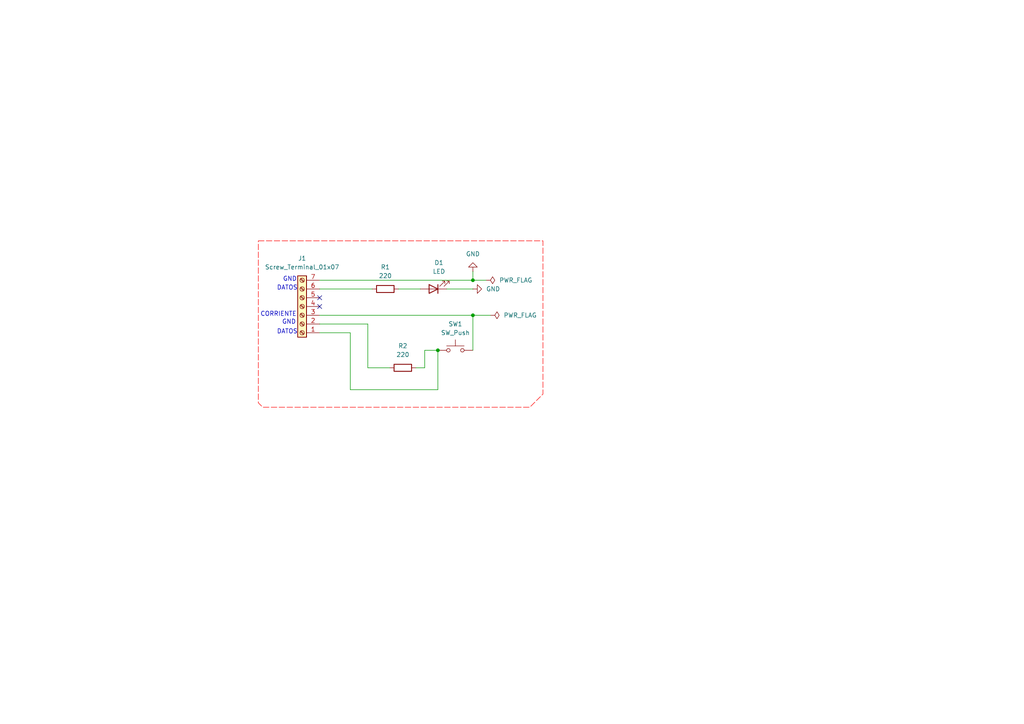
<source format=kicad_sch>
(kicad_sch
	(version 20250114)
	(generator "eeschema")
	(generator_version "9.0")
	(uuid "a2429c2f-3380-4c6e-b9bd-92acfef7997c")
	(paper "A4")
	(lib_symbols
		(symbol "Connector:Screw_Terminal_01x07"
			(pin_names
				(offset 1.016)
				(hide yes)
			)
			(exclude_from_sim no)
			(in_bom yes)
			(on_board yes)
			(property "Reference" "J"
				(at 0 10.16 0)
				(effects
					(font
						(size 1.27 1.27)
					)
				)
			)
			(property "Value" "Screw_Terminal_01x07"
				(at 0 -10.16 0)
				(effects
					(font
						(size 1.27 1.27)
					)
				)
			)
			(property "Footprint" ""
				(at 0 0 0)
				(effects
					(font
						(size 1.27 1.27)
					)
					(hide yes)
				)
			)
			(property "Datasheet" "~"
				(at 0 0 0)
				(effects
					(font
						(size 1.27 1.27)
					)
					(hide yes)
				)
			)
			(property "Description" "Generic screw terminal, single row, 01x07, script generated (kicad-library-utils/schlib/autogen/connector/)"
				(at 0 0 0)
				(effects
					(font
						(size 1.27 1.27)
					)
					(hide yes)
				)
			)
			(property "ki_keywords" "screw terminal"
				(at 0 0 0)
				(effects
					(font
						(size 1.27 1.27)
					)
					(hide yes)
				)
			)
			(property "ki_fp_filters" "TerminalBlock*:*"
				(at 0 0 0)
				(effects
					(font
						(size 1.27 1.27)
					)
					(hide yes)
				)
			)
			(symbol "Screw_Terminal_01x07_1_1"
				(rectangle
					(start -1.27 8.89)
					(end 1.27 -8.89)
					(stroke
						(width 0.254)
						(type default)
					)
					(fill
						(type background)
					)
				)
				(polyline
					(pts
						(xy -0.5334 7.9502) (xy 0.3302 7.112)
					)
					(stroke
						(width 0.1524)
						(type default)
					)
					(fill
						(type none)
					)
				)
				(polyline
					(pts
						(xy -0.5334 5.4102) (xy 0.3302 4.572)
					)
					(stroke
						(width 0.1524)
						(type default)
					)
					(fill
						(type none)
					)
				)
				(polyline
					(pts
						(xy -0.5334 2.8702) (xy 0.3302 2.032)
					)
					(stroke
						(width 0.1524)
						(type default)
					)
					(fill
						(type none)
					)
				)
				(polyline
					(pts
						(xy -0.5334 0.3302) (xy 0.3302 -0.508)
					)
					(stroke
						(width 0.1524)
						(type default)
					)
					(fill
						(type none)
					)
				)
				(polyline
					(pts
						(xy -0.5334 -2.2098) (xy 0.3302 -3.048)
					)
					(stroke
						(width 0.1524)
						(type default)
					)
					(fill
						(type none)
					)
				)
				(polyline
					(pts
						(xy -0.5334 -4.7498) (xy 0.3302 -5.588)
					)
					(stroke
						(width 0.1524)
						(type default)
					)
					(fill
						(type none)
					)
				)
				(polyline
					(pts
						(xy -0.5334 -7.2898) (xy 0.3302 -8.128)
					)
					(stroke
						(width 0.1524)
						(type default)
					)
					(fill
						(type none)
					)
				)
				(polyline
					(pts
						(xy -0.3556 8.128) (xy 0.508 7.2898)
					)
					(stroke
						(width 0.1524)
						(type default)
					)
					(fill
						(type none)
					)
				)
				(polyline
					(pts
						(xy -0.3556 5.588) (xy 0.508 4.7498)
					)
					(stroke
						(width 0.1524)
						(type default)
					)
					(fill
						(type none)
					)
				)
				(polyline
					(pts
						(xy -0.3556 3.048) (xy 0.508 2.2098)
					)
					(stroke
						(width 0.1524)
						(type default)
					)
					(fill
						(type none)
					)
				)
				(polyline
					(pts
						(xy -0.3556 0.508) (xy 0.508 -0.3302)
					)
					(stroke
						(width 0.1524)
						(type default)
					)
					(fill
						(type none)
					)
				)
				(polyline
					(pts
						(xy -0.3556 -2.032) (xy 0.508 -2.8702)
					)
					(stroke
						(width 0.1524)
						(type default)
					)
					(fill
						(type none)
					)
				)
				(polyline
					(pts
						(xy -0.3556 -4.572) (xy 0.508 -5.4102)
					)
					(stroke
						(width 0.1524)
						(type default)
					)
					(fill
						(type none)
					)
				)
				(polyline
					(pts
						(xy -0.3556 -7.112) (xy 0.508 -7.9502)
					)
					(stroke
						(width 0.1524)
						(type default)
					)
					(fill
						(type none)
					)
				)
				(circle
					(center 0 7.62)
					(radius 0.635)
					(stroke
						(width 0.1524)
						(type default)
					)
					(fill
						(type none)
					)
				)
				(circle
					(center 0 5.08)
					(radius 0.635)
					(stroke
						(width 0.1524)
						(type default)
					)
					(fill
						(type none)
					)
				)
				(circle
					(center 0 2.54)
					(radius 0.635)
					(stroke
						(width 0.1524)
						(type default)
					)
					(fill
						(type none)
					)
				)
				(circle
					(center 0 0)
					(radius 0.635)
					(stroke
						(width 0.1524)
						(type default)
					)
					(fill
						(type none)
					)
				)
				(circle
					(center 0 -2.54)
					(radius 0.635)
					(stroke
						(width 0.1524)
						(type default)
					)
					(fill
						(type none)
					)
				)
				(circle
					(center 0 -5.08)
					(radius 0.635)
					(stroke
						(width 0.1524)
						(type default)
					)
					(fill
						(type none)
					)
				)
				(circle
					(center 0 -7.62)
					(radius 0.635)
					(stroke
						(width 0.1524)
						(type default)
					)
					(fill
						(type none)
					)
				)
				(pin passive line
					(at -5.08 7.62 0)
					(length 3.81)
					(name "Pin_1"
						(effects
							(font
								(size 1.27 1.27)
							)
						)
					)
					(number "1"
						(effects
							(font
								(size 1.27 1.27)
							)
						)
					)
				)
				(pin passive line
					(at -5.08 5.08 0)
					(length 3.81)
					(name "Pin_2"
						(effects
							(font
								(size 1.27 1.27)
							)
						)
					)
					(number "2"
						(effects
							(font
								(size 1.27 1.27)
							)
						)
					)
				)
				(pin passive line
					(at -5.08 2.54 0)
					(length 3.81)
					(name "Pin_3"
						(effects
							(font
								(size 1.27 1.27)
							)
						)
					)
					(number "3"
						(effects
							(font
								(size 1.27 1.27)
							)
						)
					)
				)
				(pin passive line
					(at -5.08 0 0)
					(length 3.81)
					(name "Pin_4"
						(effects
							(font
								(size 1.27 1.27)
							)
						)
					)
					(number "4"
						(effects
							(font
								(size 1.27 1.27)
							)
						)
					)
				)
				(pin passive line
					(at -5.08 -2.54 0)
					(length 3.81)
					(name "Pin_5"
						(effects
							(font
								(size 1.27 1.27)
							)
						)
					)
					(number "5"
						(effects
							(font
								(size 1.27 1.27)
							)
						)
					)
				)
				(pin passive line
					(at -5.08 -5.08 0)
					(length 3.81)
					(name "Pin_6"
						(effects
							(font
								(size 1.27 1.27)
							)
						)
					)
					(number "6"
						(effects
							(font
								(size 1.27 1.27)
							)
						)
					)
				)
				(pin passive line
					(at -5.08 -7.62 0)
					(length 3.81)
					(name "Pin_7"
						(effects
							(font
								(size 1.27 1.27)
							)
						)
					)
					(number "7"
						(effects
							(font
								(size 1.27 1.27)
							)
						)
					)
				)
			)
			(embedded_fonts no)
		)
		(symbol "Device:LED"
			(pin_numbers
				(hide yes)
			)
			(pin_names
				(offset 1.016)
				(hide yes)
			)
			(exclude_from_sim no)
			(in_bom yes)
			(on_board yes)
			(property "Reference" "D"
				(at 0 2.54 0)
				(effects
					(font
						(size 1.27 1.27)
					)
				)
			)
			(property "Value" "LED"
				(at 0 -2.54 0)
				(effects
					(font
						(size 1.27 1.27)
					)
				)
			)
			(property "Footprint" ""
				(at 0 0 0)
				(effects
					(font
						(size 1.27 1.27)
					)
					(hide yes)
				)
			)
			(property "Datasheet" "~"
				(at 0 0 0)
				(effects
					(font
						(size 1.27 1.27)
					)
					(hide yes)
				)
			)
			(property "Description" "Light emitting diode"
				(at 0 0 0)
				(effects
					(font
						(size 1.27 1.27)
					)
					(hide yes)
				)
			)
			(property "Sim.Pins" "1=K 2=A"
				(at 0 0 0)
				(effects
					(font
						(size 1.27 1.27)
					)
					(hide yes)
				)
			)
			(property "ki_keywords" "LED diode"
				(at 0 0 0)
				(effects
					(font
						(size 1.27 1.27)
					)
					(hide yes)
				)
			)
			(property "ki_fp_filters" "LED* LED_SMD:* LED_THT:*"
				(at 0 0 0)
				(effects
					(font
						(size 1.27 1.27)
					)
					(hide yes)
				)
			)
			(symbol "LED_0_1"
				(polyline
					(pts
						(xy -3.048 -0.762) (xy -4.572 -2.286) (xy -3.81 -2.286) (xy -4.572 -2.286) (xy -4.572 -1.524)
					)
					(stroke
						(width 0)
						(type default)
					)
					(fill
						(type none)
					)
				)
				(polyline
					(pts
						(xy -1.778 -0.762) (xy -3.302 -2.286) (xy -2.54 -2.286) (xy -3.302 -2.286) (xy -3.302 -1.524)
					)
					(stroke
						(width 0)
						(type default)
					)
					(fill
						(type none)
					)
				)
				(polyline
					(pts
						(xy -1.27 0) (xy 1.27 0)
					)
					(stroke
						(width 0)
						(type default)
					)
					(fill
						(type none)
					)
				)
				(polyline
					(pts
						(xy -1.27 -1.27) (xy -1.27 1.27)
					)
					(stroke
						(width 0.254)
						(type default)
					)
					(fill
						(type none)
					)
				)
				(polyline
					(pts
						(xy 1.27 -1.27) (xy 1.27 1.27) (xy -1.27 0) (xy 1.27 -1.27)
					)
					(stroke
						(width 0.254)
						(type default)
					)
					(fill
						(type none)
					)
				)
			)
			(symbol "LED_1_1"
				(pin passive line
					(at -3.81 0 0)
					(length 2.54)
					(name "K"
						(effects
							(font
								(size 1.27 1.27)
							)
						)
					)
					(number "1"
						(effects
							(font
								(size 1.27 1.27)
							)
						)
					)
				)
				(pin passive line
					(at 3.81 0 180)
					(length 2.54)
					(name "A"
						(effects
							(font
								(size 1.27 1.27)
							)
						)
					)
					(number "2"
						(effects
							(font
								(size 1.27 1.27)
							)
						)
					)
				)
			)
			(embedded_fonts no)
		)
		(symbol "Device:R"
			(pin_numbers
				(hide yes)
			)
			(pin_names
				(offset 0)
			)
			(exclude_from_sim no)
			(in_bom yes)
			(on_board yes)
			(property "Reference" "R"
				(at 2.032 0 90)
				(effects
					(font
						(size 1.27 1.27)
					)
				)
			)
			(property "Value" "R"
				(at 0 0 90)
				(effects
					(font
						(size 1.27 1.27)
					)
				)
			)
			(property "Footprint" ""
				(at -1.778 0 90)
				(effects
					(font
						(size 1.27 1.27)
					)
					(hide yes)
				)
			)
			(property "Datasheet" "~"
				(at 0 0 0)
				(effects
					(font
						(size 1.27 1.27)
					)
					(hide yes)
				)
			)
			(property "Description" "Resistor"
				(at 0 0 0)
				(effects
					(font
						(size 1.27 1.27)
					)
					(hide yes)
				)
			)
			(property "ki_keywords" "R res resistor"
				(at 0 0 0)
				(effects
					(font
						(size 1.27 1.27)
					)
					(hide yes)
				)
			)
			(property "ki_fp_filters" "R_*"
				(at 0 0 0)
				(effects
					(font
						(size 1.27 1.27)
					)
					(hide yes)
				)
			)
			(symbol "R_0_1"
				(rectangle
					(start -1.016 -2.54)
					(end 1.016 2.54)
					(stroke
						(width 0.254)
						(type default)
					)
					(fill
						(type none)
					)
				)
			)
			(symbol "R_1_1"
				(pin passive line
					(at 0 3.81 270)
					(length 1.27)
					(name "~"
						(effects
							(font
								(size 1.27 1.27)
							)
						)
					)
					(number "1"
						(effects
							(font
								(size 1.27 1.27)
							)
						)
					)
				)
				(pin passive line
					(at 0 -3.81 90)
					(length 1.27)
					(name "~"
						(effects
							(font
								(size 1.27 1.27)
							)
						)
					)
					(number "2"
						(effects
							(font
								(size 1.27 1.27)
							)
						)
					)
				)
			)
			(embedded_fonts no)
		)
		(symbol "Switch:SW_Push"
			(pin_numbers
				(hide yes)
			)
			(pin_names
				(offset 1.016)
				(hide yes)
			)
			(exclude_from_sim no)
			(in_bom yes)
			(on_board yes)
			(property "Reference" "SW"
				(at 1.27 2.54 0)
				(effects
					(font
						(size 1.27 1.27)
					)
					(justify left)
				)
			)
			(property "Value" "SW_Push"
				(at 0 -1.524 0)
				(effects
					(font
						(size 1.27 1.27)
					)
				)
			)
			(property "Footprint" ""
				(at 0 5.08 0)
				(effects
					(font
						(size 1.27 1.27)
					)
					(hide yes)
				)
			)
			(property "Datasheet" "~"
				(at 0 5.08 0)
				(effects
					(font
						(size 1.27 1.27)
					)
					(hide yes)
				)
			)
			(property "Description" "Push button switch, generic, two pins"
				(at 0 0 0)
				(effects
					(font
						(size 1.27 1.27)
					)
					(hide yes)
				)
			)
			(property "ki_keywords" "switch normally-open pushbutton push-button"
				(at 0 0 0)
				(effects
					(font
						(size 1.27 1.27)
					)
					(hide yes)
				)
			)
			(symbol "SW_Push_0_1"
				(circle
					(center -2.032 0)
					(radius 0.508)
					(stroke
						(width 0)
						(type default)
					)
					(fill
						(type none)
					)
				)
				(polyline
					(pts
						(xy 0 1.27) (xy 0 3.048)
					)
					(stroke
						(width 0)
						(type default)
					)
					(fill
						(type none)
					)
				)
				(circle
					(center 2.032 0)
					(radius 0.508)
					(stroke
						(width 0)
						(type default)
					)
					(fill
						(type none)
					)
				)
				(polyline
					(pts
						(xy 2.54 1.27) (xy -2.54 1.27)
					)
					(stroke
						(width 0)
						(type default)
					)
					(fill
						(type none)
					)
				)
				(pin passive line
					(at -5.08 0 0)
					(length 2.54)
					(name "1"
						(effects
							(font
								(size 1.27 1.27)
							)
						)
					)
					(number "1"
						(effects
							(font
								(size 1.27 1.27)
							)
						)
					)
				)
				(pin passive line
					(at 5.08 0 180)
					(length 2.54)
					(name "2"
						(effects
							(font
								(size 1.27 1.27)
							)
						)
					)
					(number "2"
						(effects
							(font
								(size 1.27 1.27)
							)
						)
					)
				)
			)
			(embedded_fonts no)
		)
		(symbol "power:GND"
			(power)
			(pin_numbers
				(hide yes)
			)
			(pin_names
				(offset 0)
				(hide yes)
			)
			(exclude_from_sim no)
			(in_bom yes)
			(on_board yes)
			(property "Reference" "#PWR"
				(at 0 -6.35 0)
				(effects
					(font
						(size 1.27 1.27)
					)
					(hide yes)
				)
			)
			(property "Value" "GND"
				(at 0 -3.81 0)
				(effects
					(font
						(size 1.27 1.27)
					)
				)
			)
			(property "Footprint" ""
				(at 0 0 0)
				(effects
					(font
						(size 1.27 1.27)
					)
					(hide yes)
				)
			)
			(property "Datasheet" ""
				(at 0 0 0)
				(effects
					(font
						(size 1.27 1.27)
					)
					(hide yes)
				)
			)
			(property "Description" "Power symbol creates a global label with name \"GND\" , ground"
				(at 0 0 0)
				(effects
					(font
						(size 1.27 1.27)
					)
					(hide yes)
				)
			)
			(property "ki_keywords" "global power"
				(at 0 0 0)
				(effects
					(font
						(size 1.27 1.27)
					)
					(hide yes)
				)
			)
			(symbol "GND_0_1"
				(polyline
					(pts
						(xy 0 0) (xy 0 -1.27) (xy 1.27 -1.27) (xy 0 -2.54) (xy -1.27 -1.27) (xy 0 -1.27)
					)
					(stroke
						(width 0)
						(type default)
					)
					(fill
						(type none)
					)
				)
			)
			(symbol "GND_1_1"
				(pin power_in line
					(at 0 0 270)
					(length 0)
					(name "~"
						(effects
							(font
								(size 1.27 1.27)
							)
						)
					)
					(number "1"
						(effects
							(font
								(size 1.27 1.27)
							)
						)
					)
				)
			)
			(embedded_fonts no)
		)
		(symbol "power:PWR_FLAG"
			(power)
			(pin_numbers
				(hide yes)
			)
			(pin_names
				(offset 0)
				(hide yes)
			)
			(exclude_from_sim no)
			(in_bom yes)
			(on_board yes)
			(property "Reference" "#FLG"
				(at 0 1.905 0)
				(effects
					(font
						(size 1.27 1.27)
					)
					(hide yes)
				)
			)
			(property "Value" "PWR_FLAG"
				(at 0 3.81 0)
				(effects
					(font
						(size 1.27 1.27)
					)
				)
			)
			(property "Footprint" ""
				(at 0 0 0)
				(effects
					(font
						(size 1.27 1.27)
					)
					(hide yes)
				)
			)
			(property "Datasheet" "~"
				(at 0 0 0)
				(effects
					(font
						(size 1.27 1.27)
					)
					(hide yes)
				)
			)
			(property "Description" "Special symbol for telling ERC where power comes from"
				(at 0 0 0)
				(effects
					(font
						(size 1.27 1.27)
					)
					(hide yes)
				)
			)
			(property "ki_keywords" "flag power"
				(at 0 0 0)
				(effects
					(font
						(size 1.27 1.27)
					)
					(hide yes)
				)
			)
			(symbol "PWR_FLAG_0_0"
				(pin power_out line
					(at 0 0 90)
					(length 0)
					(name "~"
						(effects
							(font
								(size 1.27 1.27)
							)
						)
					)
					(number "1"
						(effects
							(font
								(size 1.27 1.27)
							)
						)
					)
				)
			)
			(symbol "PWR_FLAG_0_1"
				(polyline
					(pts
						(xy 0 0) (xy 0 1.27) (xy -1.016 1.905) (xy 0 2.54) (xy 1.016 1.905) (xy 0 1.27)
					)
					(stroke
						(width 0)
						(type default)
					)
					(fill
						(type none)
					)
				)
			)
			(embedded_fonts no)
		)
	)
	(text "DATOS"
		(exclude_from_sim no)
		(at 83.312 96.266 0)
		(effects
			(font
				(size 1.27 1.27)
			)
		)
		(uuid "0d3c01d2-c2d1-45b6-b215-99ed04af7897")
	)
	(text "GND\n"
		(exclude_from_sim no)
		(at 84.074 81.026 0)
		(effects
			(font
				(size 1.27 1.27)
			)
		)
		(uuid "22e5bbad-3c12-458f-8a8e-26dcb24f0279")
	)
	(text "DATOS\n"
		(exclude_from_sim no)
		(at 83.312 83.566 0)
		(effects
			(font
				(size 1.27 1.27)
			)
		)
		(uuid "453d5a76-1aef-4264-b612-3192a5062acc")
	)
	(text "GND"
		(exclude_from_sim no)
		(at 83.82 93.472 0)
		(effects
			(font
				(size 1.27 1.27)
			)
		)
		(uuid "478652a2-5e62-44d2-a488-4a42db14af16")
	)
	(text "CORRIENTE"
		(exclude_from_sim no)
		(at 80.772 91.186 0)
		(effects
			(font
				(size 1.27 1.27)
			)
		)
		(uuid "740824d8-fb02-4e74-8734-f4a75ecbccf8")
	)
	(junction
		(at 137.16 91.44)
		(diameter 0)
		(color 0 0 0 0)
		(uuid "4fab8957-c947-42a4-b6fb-fff26299e950")
	)
	(junction
		(at 127 101.6)
		(diameter 0)
		(color 0 0 0 0)
		(uuid "811828a6-7347-49bc-b6b8-3d0eaf3245dd")
	)
	(junction
		(at 137.16 81.28)
		(diameter 0)
		(color 0 0 0 0)
		(uuid "d4f91eda-e876-4011-a0d8-964bc06fb1fa")
	)
	(no_connect
		(at 92.71 86.36)
		(uuid "8d27cf1d-0ddd-47a3-98e9-2db762b3177d")
	)
	(no_connect
		(at 92.71 88.9)
		(uuid "dae624e9-8514-42b8-8e9a-75e28ed1ec90")
	)
	(wire
		(pts
			(xy 115.57 83.82) (xy 121.92 83.82)
		)
		(stroke
			(width 0)
			(type default)
		)
		(uuid "220aeffb-373a-4c5b-9331-cc74f71c06d9")
	)
	(wire
		(pts
			(xy 92.71 96.52) (xy 101.6 96.52)
		)
		(stroke
			(width 0)
			(type default)
		)
		(uuid "22354495-3de6-4563-9cfa-8842120c8cc2")
	)
	(wire
		(pts
			(xy 106.68 93.98) (xy 106.68 106.68)
		)
		(stroke
			(width 0)
			(type default)
		)
		(uuid "2cb0dc1a-ad62-4640-82ec-b66eace2f896")
	)
	(wire
		(pts
			(xy 101.6 96.52) (xy 101.6 113.03)
		)
		(stroke
			(width 0)
			(type default)
		)
		(uuid "3b0aa772-0dff-4783-a969-6bfec3939bbf")
	)
	(wire
		(pts
			(xy 92.71 91.44) (xy 137.16 91.44)
		)
		(stroke
			(width 0)
			(type default)
		)
		(uuid "450522b2-1ce3-4f25-9b04-8ceaebc41694")
	)
	(wire
		(pts
			(xy 137.16 81.28) (xy 140.97 81.28)
		)
		(stroke
			(width 0)
			(type default)
		)
		(uuid "4741acd3-a8f5-4ec8-b4dd-5275d454efc9")
	)
	(wire
		(pts
			(xy 106.68 106.68) (xy 113.03 106.68)
		)
		(stroke
			(width 0)
			(type default)
		)
		(uuid "60918d63-85e3-40e9-b45f-edeef6b0c16e")
	)
	(wire
		(pts
			(xy 120.65 106.68) (xy 123.19 106.68)
		)
		(stroke
			(width 0)
			(type default)
		)
		(uuid "6cc5efc4-1251-4074-ae73-1177d9c52533")
	)
	(wire
		(pts
			(xy 123.19 106.68) (xy 123.19 101.6)
		)
		(stroke
			(width 0)
			(type default)
		)
		(uuid "723c77b4-e158-41c5-9fc3-0d81ad924aa4")
	)
	(wire
		(pts
			(xy 137.16 91.44) (xy 142.24 91.44)
		)
		(stroke
			(width 0)
			(type default)
		)
		(uuid "884565ce-c900-42cf-9018-8712bed77678")
	)
	(wire
		(pts
			(xy 129.54 83.82) (xy 137.16 83.82)
		)
		(stroke
			(width 0)
			(type default)
		)
		(uuid "8e03b993-67b6-4ad2-92a9-22bcd4eeeb07")
	)
	(wire
		(pts
			(xy 137.16 91.44) (xy 137.16 101.6)
		)
		(stroke
			(width 0)
			(type default)
		)
		(uuid "9f752939-5a68-4b3d-a743-0b825355c44f")
	)
	(wire
		(pts
			(xy 92.71 81.28) (xy 137.16 81.28)
		)
		(stroke
			(width 0)
			(type default)
		)
		(uuid "a57100ec-6b0a-4c27-8738-e664979759df")
	)
	(wire
		(pts
			(xy 137.16 78.74) (xy 137.16 81.28)
		)
		(stroke
			(width 0)
			(type default)
		)
		(uuid "af95ab8c-24c8-4108-97d8-2e041cc60965")
	)
	(wire
		(pts
			(xy 92.71 83.82) (xy 107.95 83.82)
		)
		(stroke
			(width 0)
			(type default)
		)
		(uuid "b043617f-a9cc-4e43-9202-f0de1e1e8155")
	)
	(wire
		(pts
			(xy 127 113.03) (xy 127 101.6)
		)
		(stroke
			(width 0)
			(type default)
		)
		(uuid "b8703e79-da08-44ff-87a8-4ca294455469")
	)
	(wire
		(pts
			(xy 101.6 113.03) (xy 127 113.03)
		)
		(stroke
			(width 0)
			(type default)
		)
		(uuid "bb5a29a5-0585-4bc8-a938-f91ba6145bb3")
	)
	(wire
		(pts
			(xy 123.19 101.6) (xy 127 101.6)
		)
		(stroke
			(width 0)
			(type default)
		)
		(uuid "cf06ac14-d24a-4d81-9ff4-517d435c2d6e")
	)
	(wire
		(pts
			(xy 92.71 93.98) (xy 106.68 93.98)
		)
		(stroke
			(width 0)
			(type default)
		)
		(uuid "e73f7a5d-db0f-4526-85f0-e9c6e5a0c939")
	)
	(rule_area
		(polyline
			(pts
				(xy 74.93 69.85) (xy 157.48 69.85) (xy 157.48 114.3) (xy 153.67 118.11) (xy 76.2 118.11) (xy 74.93 116.84)
			)
			(stroke
				(width 0)
				(type dash)
			)
			(fill
				(type none)
			)
			(uuid 9d9c254b-9b02-43b7-901c-4d00c2cbe0f5)
		)
	)
	(symbol
		(lib_id "Device:LED")
		(at 125.73 83.82 180)
		(unit 1)
		(exclude_from_sim no)
		(in_bom yes)
		(on_board yes)
		(dnp no)
		(fields_autoplaced yes)
		(uuid "156696c2-fffb-4859-ada8-a0305e559ffc")
		(property "Reference" "D1"
			(at 127.3175 76.2 0)
			(effects
				(font
					(size 1.27 1.27)
				)
			)
		)
		(property "Value" "LED"
			(at 127.3175 78.74 0)
			(effects
				(font
					(size 1.27 1.27)
				)
			)
		)
		(property "Footprint" "LED_SMD:LED_0805_2012Metric"
			(at 125.73 83.82 0)
			(effects
				(font
					(size 1.27 1.27)
				)
				(hide yes)
			)
		)
		(property "Datasheet" "~"
			(at 125.73 83.82 0)
			(effects
				(font
					(size 1.27 1.27)
				)
				(hide yes)
			)
		)
		(property "Description" "Light emitting diode"
			(at 125.73 83.82 0)
			(effects
				(font
					(size 1.27 1.27)
				)
				(hide yes)
			)
		)
		(property "Sim.Pins" "1=K 2=A"
			(at 125.73 83.82 0)
			(effects
				(font
					(size 1.27 1.27)
				)
				(hide yes)
			)
		)
		(pin "1"
			(uuid "587f33f3-34b5-447c-b3f0-f425441284c7")
		)
		(pin "2"
			(uuid "8b50284d-9597-470c-9c64-b9d8b23efec1")
		)
		(instances
			(project ""
				(path "/a2429c2f-3380-4c6e-b9bd-92acfef7997c"
					(reference "D1")
					(unit 1)
				)
			)
		)
	)
	(symbol
		(lib_id "Device:R")
		(at 111.76 83.82 90)
		(unit 1)
		(exclude_from_sim no)
		(in_bom yes)
		(on_board yes)
		(dnp no)
		(uuid "23ceced1-8f0c-4cbc-a223-8f2bff1ac171")
		(property "Reference" "R1"
			(at 111.76 77.47 90)
			(effects
				(font
					(size 1.27 1.27)
				)
			)
		)
		(property "Value" "220"
			(at 111.76 80.01 90)
			(effects
				(font
					(size 1.27 1.27)
				)
			)
		)
		(property "Footprint" "Resistor_SMD:R_0805_2012Metric"
			(at 111.76 85.598 90)
			(effects
				(font
					(size 1.27 1.27)
				)
				(hide yes)
			)
		)
		(property "Datasheet" "~"
			(at 111.76 83.82 0)
			(effects
				(font
					(size 1.27 1.27)
				)
				(hide yes)
			)
		)
		(property "Description" "Resistor"
			(at 111.76 83.82 0)
			(effects
				(font
					(size 1.27 1.27)
				)
				(hide yes)
			)
		)
		(pin "1"
			(uuid "fe2978e7-1904-42d6-8fa1-71f5cdb09054")
		)
		(pin "2"
			(uuid "ed97c091-ee47-4383-8044-8c478977056a")
		)
		(instances
			(project ""
				(path "/a2429c2f-3380-4c6e-b9bd-92acfef7997c"
					(reference "R1")
					(unit 1)
				)
			)
		)
	)
	(symbol
		(lib_id "power:PWR_FLAG")
		(at 140.97 81.28 270)
		(unit 1)
		(exclude_from_sim no)
		(in_bom yes)
		(on_board yes)
		(dnp no)
		(uuid "32114c88-c94c-42d1-8d28-6c81f86de02d")
		(property "Reference" "#FLG01"
			(at 142.875 81.28 0)
			(effects
				(font
					(size 1.27 1.27)
				)
				(hide yes)
			)
		)
		(property "Value" "PWR_FLAG"
			(at 144.78 81.2799 90)
			(effects
				(font
					(size 1.27 1.27)
				)
				(justify left)
			)
		)
		(property "Footprint" ""
			(at 140.97 81.28 0)
			(effects
				(font
					(size 1.27 1.27)
				)
				(hide yes)
			)
		)
		(property "Datasheet" "~"
			(at 140.97 81.28 0)
			(effects
				(font
					(size 1.27 1.27)
				)
				(hide yes)
			)
		)
		(property "Description" "Special symbol for telling ERC where power comes from"
			(at 140.97 81.28 0)
			(effects
				(font
					(size 1.27 1.27)
				)
				(hide yes)
			)
		)
		(pin "1"
			(uuid "d7861893-135d-4d6c-a0d8-f1bb62f2f331")
		)
		(instances
			(project ""
				(path "/a2429c2f-3380-4c6e-b9bd-92acfef7997c"
					(reference "#FLG01")
					(unit 1)
				)
			)
		)
	)
	(symbol
		(lib_id "Connector:Screw_Terminal_01x07")
		(at 87.63 88.9 180)
		(unit 1)
		(exclude_from_sim no)
		(in_bom yes)
		(on_board yes)
		(dnp no)
		(fields_autoplaced yes)
		(uuid "3c1f170c-6bf7-44d2-8b38-da8ce916d10e")
		(property "Reference" "J1"
			(at 87.63 74.93 0)
			(effects
				(font
					(size 1.27 1.27)
				)
			)
		)
		(property "Value" "Screw_Terminal_01x07"
			(at 87.63 77.47 0)
			(effects
				(font
					(size 1.27 1.27)
				)
			)
		)
		(property "Footprint" "TerminalBlock_Phoenix:TerminalBlock_Phoenix_MKDS-1,5-7_1x07_P5.00mm_Horizontal"
			(at 87.63 88.9 0)
			(effects
				(font
					(size 1.27 1.27)
				)
				(hide yes)
			)
		)
		(property "Datasheet" "~"
			(at 87.63 88.9 0)
			(effects
				(font
					(size 1.27 1.27)
				)
				(hide yes)
			)
		)
		(property "Description" "Generic screw terminal, single row, 01x07, script generated (kicad-library-utils/schlib/autogen/connector/)"
			(at 87.63 88.9 0)
			(effects
				(font
					(size 1.27 1.27)
				)
				(hide yes)
			)
		)
		(pin "3"
			(uuid "f9cff93f-a40a-4799-890e-038922808021")
		)
		(pin "4"
			(uuid "680add32-e335-4690-aab9-1c10e15961ad")
		)
		(pin "6"
			(uuid "adc62afe-31cd-4a24-91bb-6fa809ad9679")
		)
		(pin "7"
			(uuid "e90eaa09-5b3a-4829-907f-4717adb05b19")
		)
		(pin "1"
			(uuid "c85fe046-4bdd-4c34-b9bb-41176d146fc9")
		)
		(pin "2"
			(uuid "9d256f71-6d63-4bb7-952c-4207aef5c39f")
		)
		(pin "5"
			(uuid "c1acc31f-5db7-4425-9be0-58bda31f5274")
		)
		(instances
			(project ""
				(path "/a2429c2f-3380-4c6e-b9bd-92acfef7997c"
					(reference "J1")
					(unit 1)
				)
			)
		)
	)
	(symbol
		(lib_id "power:GND")
		(at 137.16 83.82 90)
		(unit 1)
		(exclude_from_sim no)
		(in_bom yes)
		(on_board yes)
		(dnp no)
		(fields_autoplaced yes)
		(uuid "4496a5ce-3142-4822-8c53-0b55237a47eb")
		(property "Reference" "#PWR01"
			(at 143.51 83.82 0)
			(effects
				(font
					(size 1.27 1.27)
				)
				(hide yes)
			)
		)
		(property "Value" "GND"
			(at 140.97 83.8199 90)
			(effects
				(font
					(size 1.27 1.27)
				)
				(justify right)
			)
		)
		(property "Footprint" ""
			(at 137.16 83.82 0)
			(effects
				(font
					(size 1.27 1.27)
				)
				(hide yes)
			)
		)
		(property "Datasheet" ""
			(at 137.16 83.82 0)
			(effects
				(font
					(size 1.27 1.27)
				)
				(hide yes)
			)
		)
		(property "Description" "Power symbol creates a global label with name \"GND\" , ground"
			(at 137.16 83.82 0)
			(effects
				(font
					(size 1.27 1.27)
				)
				(hide yes)
			)
		)
		(pin "1"
			(uuid "5d9eec67-7b5b-42f6-9863-2753247024e1")
		)
		(instances
			(project ""
				(path "/a2429c2f-3380-4c6e-b9bd-92acfef7997c"
					(reference "#PWR01")
					(unit 1)
				)
			)
		)
	)
	(symbol
		(lib_id "power:PWR_FLAG")
		(at 142.24 91.44 270)
		(unit 1)
		(exclude_from_sim no)
		(in_bom yes)
		(on_board yes)
		(dnp no)
		(uuid "56b8d994-e61c-4fa1-92b8-6105009b226b")
		(property "Reference" "#FLG02"
			(at 144.145 91.44 0)
			(effects
				(font
					(size 1.27 1.27)
				)
				(hide yes)
			)
		)
		(property "Value" "PWR_FLAG"
			(at 146.05 91.4399 90)
			(effects
				(font
					(size 1.27 1.27)
				)
				(justify left)
			)
		)
		(property "Footprint" ""
			(at 142.24 91.44 0)
			(effects
				(font
					(size 1.27 1.27)
				)
				(hide yes)
			)
		)
		(property "Datasheet" "~"
			(at 142.24 91.44 0)
			(effects
				(font
					(size 1.27 1.27)
				)
				(hide yes)
			)
		)
		(property "Description" "Special symbol for telling ERC where power comes from"
			(at 142.24 91.44 0)
			(effects
				(font
					(size 1.27 1.27)
				)
				(hide yes)
			)
		)
		(pin "1"
			(uuid "198725e4-ba4f-4826-93e4-67d5d2036caa")
		)
		(instances
			(project "prac3"
				(path "/a2429c2f-3380-4c6e-b9bd-92acfef7997c"
					(reference "#FLG02")
					(unit 1)
				)
			)
		)
	)
	(symbol
		(lib_id "Switch:SW_Push")
		(at 132.08 101.6 0)
		(unit 1)
		(exclude_from_sim no)
		(in_bom yes)
		(on_board yes)
		(dnp no)
		(fields_autoplaced yes)
		(uuid "8c12b90c-8860-4c15-97fd-8d2143f06318")
		(property "Reference" "SW1"
			(at 132.08 93.98 0)
			(effects
				(font
					(size 1.27 1.27)
				)
			)
		)
		(property "Value" "SW_Push"
			(at 132.08 96.52 0)
			(effects
				(font
					(size 1.27 1.27)
				)
			)
		)
		(property "Footprint" "Button_Switch_SMD:SW_Push_1P1T_NO_CK_KMR2"
			(at 132.08 96.52 0)
			(effects
				(font
					(size 1.27 1.27)
				)
				(hide yes)
			)
		)
		(property "Datasheet" "~"
			(at 132.08 96.52 0)
			(effects
				(font
					(size 1.27 1.27)
				)
				(hide yes)
			)
		)
		(property "Description" "Push button switch, generic, two pins"
			(at 132.08 101.6 0)
			(effects
				(font
					(size 1.27 1.27)
				)
				(hide yes)
			)
		)
		(pin "1"
			(uuid "49ad451d-acd8-4cfa-89be-1cb835689dca")
		)
		(pin "2"
			(uuid "e5671437-a1bd-4303-8939-37fd1d20f461")
		)
		(instances
			(project ""
				(path "/a2429c2f-3380-4c6e-b9bd-92acfef7997c"
					(reference "SW1")
					(unit 1)
				)
			)
		)
	)
	(symbol
		(lib_id "power:GND")
		(at 137.16 78.74 180)
		(unit 1)
		(exclude_from_sim no)
		(in_bom yes)
		(on_board yes)
		(dnp no)
		(fields_autoplaced yes)
		(uuid "cd121de8-0332-4dc5-9d9a-9cceb446ed18")
		(property "Reference" "#PWR03"
			(at 137.16 72.39 0)
			(effects
				(font
					(size 1.27 1.27)
				)
				(hide yes)
			)
		)
		(property "Value" "GND"
			(at 137.16 73.66 0)
			(effects
				(font
					(size 1.27 1.27)
				)
			)
		)
		(property "Footprint" ""
			(at 137.16 78.74 0)
			(effects
				(font
					(size 1.27 1.27)
				)
				(hide yes)
			)
		)
		(property "Datasheet" ""
			(at 137.16 78.74 0)
			(effects
				(font
					(size 1.27 1.27)
				)
				(hide yes)
			)
		)
		(property "Description" "Power symbol creates a global label with name \"GND\" , ground"
			(at 137.16 78.74 0)
			(effects
				(font
					(size 1.27 1.27)
				)
				(hide yes)
			)
		)
		(pin "1"
			(uuid "eb1c101a-8d28-4725-9918-1427f7c47a6f")
		)
		(instances
			(project "prac3"
				(path "/a2429c2f-3380-4c6e-b9bd-92acfef7997c"
					(reference "#PWR03")
					(unit 1)
				)
			)
		)
	)
	(symbol
		(lib_id "Device:R")
		(at 116.84 106.68 90)
		(unit 1)
		(exclude_from_sim no)
		(in_bom yes)
		(on_board yes)
		(dnp no)
		(fields_autoplaced yes)
		(uuid "e9d20667-4d7d-4ef6-a3ec-204cc86fbb24")
		(property "Reference" "R2"
			(at 116.84 100.33 90)
			(effects
				(font
					(size 1.27 1.27)
				)
			)
		)
		(property "Value" "220"
			(at 116.84 102.87 90)
			(effects
				(font
					(size 1.27 1.27)
				)
			)
		)
		(property "Footprint" "Resistor_SMD:R_0805_2012Metric"
			(at 116.84 108.458 90)
			(effects
				(font
					(size 1.27 1.27)
				)
				(hide yes)
			)
		)
		(property "Datasheet" "~"
			(at 116.84 106.68 0)
			(effects
				(font
					(size 1.27 1.27)
				)
				(hide yes)
			)
		)
		(property "Description" "Resistor"
			(at 116.84 106.68 0)
			(effects
				(font
					(size 1.27 1.27)
				)
				(hide yes)
			)
		)
		(pin "1"
			(uuid "ee3f4ed5-bd38-4818-974b-c9db2c2434b1")
		)
		(pin "2"
			(uuid "af79b950-b1d2-411d-bcf3-29717c88081f")
		)
		(instances
			(project ""
				(path "/a2429c2f-3380-4c6e-b9bd-92acfef7997c"
					(reference "R2")
					(unit 1)
				)
			)
		)
	)
	(sheet_instances
		(path "/"
			(page "1")
		)
	)
	(embedded_fonts no)
)

</source>
